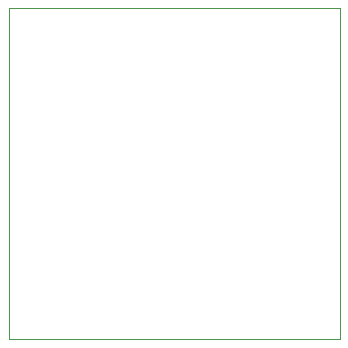
<source format=gbr>
%TF.GenerationSoftware,KiCad,Pcbnew,(7.0.0)*%
%TF.CreationDate,2023-03-22T16:08:00+00:00*%
%TF.ProjectId,B3LPD,42334c50-442e-46b6-9963-61645f706362,rev?*%
%TF.SameCoordinates,Original*%
%TF.FileFunction,Profile,NP*%
%FSLAX46Y46*%
G04 Gerber Fmt 4.6, Leading zero omitted, Abs format (unit mm)*
G04 Created by KiCad (PCBNEW (7.0.0)) date 2023-03-22 16:08:00*
%MOMM*%
%LPD*%
G01*
G04 APERTURE LIST*
%TA.AperFunction,Profile*%
%ADD10C,0.100000*%
%TD*%
G04 APERTURE END LIST*
D10*
X93700000Y-75800000D02*
X121700000Y-75800000D01*
X121700000Y-75800000D02*
X121700000Y-103800000D01*
X121700000Y-103800000D02*
X93700000Y-103800000D01*
X93700000Y-103800000D02*
X93700000Y-75800000D01*
M02*

</source>
